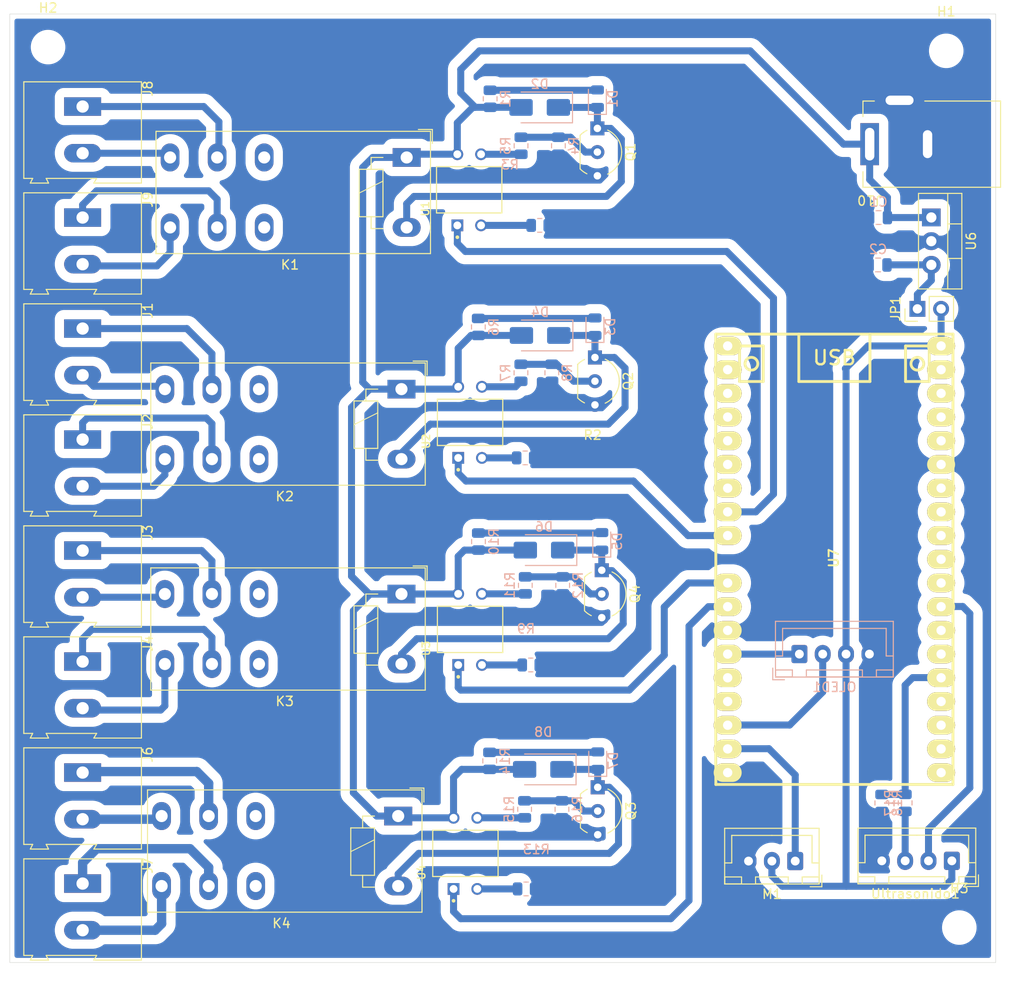
<source format=kicad_pcb>
(kicad_pcb (version 20241229) (generator "pcbnew") (generator_version "9.0")
  (title_block (title "mariano el marranooo"))
  (layers (0 "F.Cu" signal) (2 "B.Cu" signal) (13 "F.Paste" user) (15 "B.Paste" user) (5 "F.SilkS" user "F.Silkscreen") (7 "B.SilkS" user "B.Silkscreen") (1 "F.Mask" user) (3 "B.Mask" user) (25 "Edge.Cuts" user))
  (net 0 "")
  (net 1 "VCC")
  (net 2 "GND")
  (net 3 "+5V")
  (net 4 "11")
  (net 5 "Net-(D1-A)")
  (net 6 "gpio")
  (net 7 "trig")
  (net 8 "echo")
  (net 9 "Net-(D3-K)")
  (net 10 "Net-(D5-K)")
  (net 11 "Net-(D7-K)")
  (net 12 "22")
  (net 13 "Net-(R7-Pad2)")
  (net 14 "Net-(D1-K)")
  (net 15 "Net-(R15-Pad2)")
  (net 16 "Net-(D3-A)")
  (net 17 "Net-(D5-A)")
  (net 18 "Net-(D7-A)")
  (net 19 "gpio4")
  (net 20 "gpio3")
  (net 21 "gpio2")
  (net 22 "Net-(R3-Pad2)")
  (net 23 "Net-(R2-Pad2)")
  (net 24 "Net-(R11-Pad2)")
  (net 25 "77")
  (net 26 "66")
  (net 27 "55")
  (net 28 "44")
  (net 29 "33")
  (net 30 "servo")
  (net 31 "Net-(R5-Pad2)")
  (net 32 "Net-(R9-Pad2)")
  (net 33 "Net-(R13-Pad2)")
  (net 34 "Net-(Ultrasonido1-Pin_3)")
  (net 35 "Net-(Q1-B)")
  (net 36 "Net-(J1-Pin_2)")
  (net 37 "88")
  (net 38 "Net-(J2-Pin_2)")
  (net 39 "Net-(J3-Pin_2)")
  (net 40 "Net-(J4-Pin_2)")
  (net 41 "Net-(J6-Pin_2)")
  (net 42 "Net-(J7-Pin_2)")
  (net 43 "Net-(J8-Pin_2)")
  (net 44 "Net-(J9-Pin_2)")
  (net 53 "Net-(Q2-B)")
  (net 54 "SDA")
  (net 55 "SCL")
  (net 56 "VCC_OL")
  (net 57 "Net-(Q3-B)")
  (net 58 "Net-(Q4-B)")
  (footprint "PC817-B (1):DIP762W50P254L650H455Q4B" (layer "F.Cu") (at 103.5 86.81 90)
    (property "Reference" "U2")
    (property "Value" "PC817")
  )
  (footprint "MountingHole:MountingHole_3.2mm_M3" (layer "F.Cu") (at 155.9 140.95)
    (property "Reference" "H3")
    (property "Value" "MountingHole")
  )
  (footprint "Relay_THT:Relay_DPDT_Schrack-RT2-FormC_RM5mm" (layer "F.Cu") (at 96.15 105.206666 180)
    (property "Reference" "K3")
    (property "Value" "RTE2xxxx")
  )
  (footprint "Package_TO_SOT_THT:TO-92_Inline_Wide" (layer "F.Cu") (at 116.875 79.86 -90)
    (property "Reference" "Q2")
    (property "Value" "BC547")
  )
  (footprint "Connector_JST:JST_XH_B3B-XH-A_1x03_P2.50mm_Vertical" (layer "F.Cu") (at 138.325 133.825 180)
    (property "Reference" "M1")
    (property "Value" "Motor_Servo")
  )
  (footprint "TerminalBlock:TerminalBlock_Altech_AK300-2_P5.00mm" (layer "F.Cu") (at 62 76.76 -90)
    (property "Reference" "J1")
    (property "Value" "Screw_Terminal_01x02")
  )
  (footprint "MountingHole:MountingHole_3.2mm_M3" (layer "F.Cu") (at 58.3 46.6)
    (property "Reference" "H2")
    (property "Value" "MountingHole")
  )
  (footprint "TerminalBlock:TerminalBlock_Altech_AK300-2_P5.00mm" (layer "F.Cu") (at 62 64.865 -90)
    (property "Reference" "J9")
    (property "Value" "Screw_Terminal_01x02")
  )
  (footprint "TerminalBlock:TerminalBlock_Altech_AK300-2_P5.00mm" (layer "F.Cu") (at 62 88.655 -90)
    (property "Reference" "J2")
    (property "Value" "Screw_Terminal_01x02")
  )
  (footprint "MountingHole:MountingHole_3.2mm_M3" (layer "F.Cu") (at 154.5 47)
    (property "Reference" "H1")
    (property "Value" "MountingHole")
  )
  (footprint "Package_TO_SOT_THT:TO-92_Inline_Wide" (layer "F.Cu") (at 117.17 125.92 -90)
    (property "Reference" "Q3")
    (property "Value" "BC547")
  )
  (footprint "Connector_PinHeader_2.54mm:PinHeader_1x02_P2.54mm_Vertical" (layer "F.Cu") (at 151.41 74.65 90)
    (property "Reference" "JP1")
    (property "Value" "Jumper_2_Bridged")
  )
  (footprint "Relay_THT:Relay_DPDT_Schrack-RT2-FormC_RM5mm" (layer "F.Cu") (at 95.8 129 180)
    (property "Reference" "K4")
    (property "Value" "RTE2xxxx")
  )
  (footprint "TerminalBlock:TerminalBlock_Altech_AK300-2_P5.00mm" (layer "F.Cu") (at 62 136.235 -90)
    (property "Reference" "J7")
    (property "Value" "Screw_Terminal_01x02")
  )
  (footprint "TerminalBlock:TerminalBlock_Altech_AK300-2_P5.00mm" (layer "F.Cu") (at 62 52.97 -90)
    (property "Reference" "J8")
    (property "Value" "Screw_Terminal_01x02")
  )
  (footprint "TerminalBlock:TerminalBlock_Altech_AK300-2_P5.00mm" (layer "F.Cu") (at 62 100.55 -90)
    (property "Reference" "J3")
    (property "Value" "Screw_Terminal_01x02")
  )
  (footprint "esp?:ESP32S" (layer "F.Cu") (at 142.52 101.485 90)
    (property "Reference" "U7")
    (property "Value" "ESP32_DEVKITC" (hide yes))
  )
  (footprint "PC817-B (1):DIP762W50P254L650H455Q4B" (layer "F.Cu") (at 103.405 61.8925 90)
    (property "Reference" "U1")
    (property "Value" "PC817" (hide yes))
  )
  (footprint "TerminalBlock:TerminalBlock_Altech_AK300-2_P5.00mm" (layer "F.Cu") (at 62 124.34 -90)
    (property "Reference" "J6")
    (property "Value" "Screw_Terminal_01x02")
  )
  (footprint "TerminalBlock:TerminalBlock_Altech_AK300-2_P5.00mm" (layer "F.Cu") (at 62 112.445 -90)
    (property "Reference" "J4")
    (property "Value" "Screw_Terminal_01x02")
  )
  (footprint "Connector_JST:JST_XH_B4B-XH-A_1x04_P2.50mm_Vertical" (layer "F.Cu") (at 155.1 133.8 180)
    (property "Reference" "Ultrasonido1")
    (property "Value" "Screw_Terminal_01x04")
  )
  (footprint "PC817-B (1):DIP762W50P254L650H455Q4B" (layer "F.Cu") (at 103 133 90)
    (property "Reference" "U4")
    (property "Value" "PC817")
  )
  (footprint "Package_TO_SOT_THT:TO-220-3_Vertical" (layer "F.Cu") (at 152.9 64.855 -90)
    (property "Reference" "U6")
    (property "Value" "LM7805_TO220" (hide yes))
  )
  (footprint "Relay_THT:Relay_DPDT_Schrack-RT2-FormC_RM5mm" (layer "F.Cu") (at 96.71 58.425 180)
    (property "Reference" "K1")
    (property "Value" "RTE2xxxx" (hide yes))
  )
  (footprint "Connector_BarrelJack:BarrelJack_Kycon_KLDX-0202-xC_Horizontal" (layer "F.Cu") (at 146.3 57 180)
    (property "Reference" "J10")
    (property "Value" "jack")
  )
  (footprint "Package_TO_SOT_THT:TO-92_Inline_Wide" (layer "F.Cu") (at 117.135 55.31 -90)
    (property "Reference" "Q1")
    (property "Value" "BC547")
  )
  (footprint "PC817-B (1):DIP762W50P254L650H455Q4B" (layer "F.Cu") (at 103.5 109 90)
    (property "Reference" "U3")
    (property "Value" "PC817")
  )
  (footprint "Relay_THT:Relay_DPDT_Schrack-RT2-FormC_RM5mm" (layer "F.Cu") (at 96.15 83.25 180)
    (property "Reference" "K2")
    (property "Value" "RTE2xxxx")
  )
  (footprint "Package_TO_SOT_THT:TO-92_Inline_Wide" (layer "F.Cu") (at 117.605 102.66 -90)
    (property "Reference" "Q4")
    (property "Value" "BC547")
  )
  (footprint "Resistor_SMD:R_0805_2012Metric" (layer "B.Cu") (at 113.34 128.2775 90)
    (property "Reference" "R16")
    (property "Value" "R")
  )
  (footprint "LED_SMD:LED_0805_2012Metric" (layer "B.Cu") (at 117.605 99.5625 90)
    (property "Reference" "D5")
    (property "Value" "LED")
  )
  (footprint "LED_SMD:LED_0805_2012Metric" (layer "B.Cu") (at 117.17 123.0625 90)
    (property "Reference" "D7")
    (property "Value" "LED")
  )
  (footprint "LED_SMD:LED_0805_2012Metric" (layer "B.Cu") (at 117.135 52.125 90)
    (property "Reference" "D1")
    (property "Value" "LED")
  )
  (footprint "Diode_SMD:D_SMA" (layer "B.Cu") (at 111.34 124 180)
    (property "Reference" "D8")
    (property "Value" "DIODE")
  )
  (footprint "Resistor_SMD:R_0805_2012Metric" (layer "B.Cu") (at 108.94875 81.5 -90)
    (property "Reference" "R7")
    (property "Value" "1KΩ")
  )
  (footprint "Resistor_SMD:R_0805_2012Metric" (layer "B.Cu") (at 150.1 127.59 -90)
    (property "Reference" "R17")
    (property "Value" "1KΩ")
  )
  (footprint "Capacitor_SMD:C_0805_2012Metric" (layer "B.Cu") (at 147.2 69.945 180)
    (property "Reference" "C2")
    (property "Value" "C")
  )
  (footprint "Resistor_SMD:R_0805_2012Metric" (layer "B.Cu") (at 112.96 57.17 90)
    (property "Reference" "R4")
    (property "Value" "R")
  )
  (footprint "Resistor_SMD:R_0805_2012Metric" (layer "B.Cu") (at 112.255 81.5 90)
    (property "Reference" "R8")
    (property "Value" "10KΩ")
  )
  (footprint "Resistor_SMD:R_0805_2012Metric" (layer "B.Cu") (at 109.4175 104.2775 -90)
    (property "Reference" "R11")
    (property "Value" "R" (hide yes))
  )
  (footprint "Resistor_SMD:R_0805_2012Metric" (layer "B.Cu") (at 109.4 90.62 180)
    (property "Reference" "R2")
    (property "Value" "220Ω")
  )
  (footprint "Resistor_SMD:R_0805_2012Metric" (layer "B.Cu") (at 110.96 65.7025 180)
    (property "Reference" "R3")
    (property "Value" "R")
  )
  (footprint "Capacitor_SMD:C_0805_2012Metric" (layer "B.Cu") (at 147.25 64.865 180)
    (property "Reference" "C1")
    (property "Value" "C")
  )
  (footprint "Resistor_SMD:R_0805_2012Metric" (layer "B.Cu") (at 105.65 52.1375 90)
    (property "Reference" "R1")
    (property "Value" "R")
  )
  (footprint "Diode_SMD:D_SMA" (layer "B.Cu") (at 111.4175 100.5 180)
    (property "Reference" "D6")
    (property "Value" "DIODE")
  )
  (footprint "Resistor_SMD:R_0805_2012Metric" (layer "B.Cu") (at 109.5 136.81 180)
    (property "Reference" "R13")
    (property "Value" "R")
  )
  (footprint "Diode_SMD:D_SMA" (layer "B.Cu") (at 111 77.5 180)
    (property "Reference" "D4")
    (property "Value" "DIODE")
  )
  (footprint "Resistor_SMD:R_0805_2012Metric" (layer "B.Cu") (at 113.4175 104.2775 90)
    (property "Reference" "R12")
    (property "Value" "R")
  )
  (footprint "Resistor_SMD:R_0805_2012Metric" (layer "B.Cu") (at 110 112.81 180)
    (property "Reference" "R9")
    (property "Value" "R")
  )
  (footprint "LED_SMD:LED_0805_2012Metric" (layer "B.Cu") (at 116.875 76.5625 90)
    (property "Reference" "D3")
    (property "Value" "LED")
  )
  (footprint "Resistor_SMD:R_0805_2012Metric" (layer "B.Cu") (at 108.96 57.17 -90)
    (property "Reference" "R5")
    (property "Value" "R")
  )
  (footprint "Diode_SMD:D_SMA" (layer "B.Cu") (at 110.96 53.0625 180)
    (property "Reference" "D2")
    (property "Value" "DIODE")
  )
  (footprint "Resistor_SMD:R_0805_2012Metric" (layer "B.Cu") (at 104.4 99.5875 90)
    (property "Reference" "R10")
    (property "Value" "R")
  )
  (footprint "Resistor_SMD:R_0805_2012Metric" (layer "B.Cu") (at 109.34 128.2775 -90)
    (property "Reference" "R15")
    (property "Value" "R")
  )
  (footprint "Resistor_SMD:R_0805_2012Metric" (layer "B.Cu") (at 147.6 127.6 90)
    (property "Reference" "R18")
    (property "Value" "1,5KΩ")
  )
  (footprint "Resistor_SMD:R_0805_2012Metric" (layer "B.Cu") (at 105.6 123.0875 90)
    (property "Reference" "R14")
    (property "Value" "R")
  )
  (footprint "Connector_JST:JST_XH_B4B-XH-A_1x04_P2.50mm_Vertical" (layer "B.Cu") (at 138.77 111.645)
    (property "Reference" "OLED1")
    (property "Value" "Screw_Terminal_01x04")
  )
  (footprint "Resistor_SMD:R_0805_2012Metric" (layer "B.Cu") (at 104.3875 76.5875 90)
    (property "Reference" "R6")
    (property "Value" "1KΩ")
  )
  (gr_rect (start 54.2 43.05) (end 159.8 144.7) (stroke (width 0.05)) (fill no) (layer "Edge.Cuts"))
  (segment (start 93.075 58.425) (end 96.71 58.425) (width 0.75) (layer "B.Cu") (net 1))
  (segment (start 90.8 103.3) (end 92.706666 105.206666) (width 0.75) (layer "B.Cu") (net 1))
  (segment (start 96.59 83.69) (end 96.15 83.25) (width 0.75) (layer "B.Cu") (net 1))
  (segment (start 96.15 105.206666) (end 92.793334 105.206666) (width 0.75) (layer "B.Cu") (net 1))
  (segment (start 133.5 47) (end 143.5 57) (width 0.75) (layer "B.Cu") (net 1))
  (segment (start 146.3 60.8) (end 148.2 62.7) (width 0.75) (layer "B.Cu") (net 1))
  (segment (start 102.1275 58.075) (end 102.135 58.0825) (width 0.75) (layer "B.Cu") (net 1))
  (segment (start 105.65 53.05) (end 108.9475 53.05) (width 0.75) (layer "B.Cu") (net 1))
  (segment (start 102.23 105.19) (end 102.23 101.17) (width 0.75) (layer "B.Cu") (net 1))
  (segment (start 153.35 64.865) (end 153.36 64.855) (width 0.75) (layer "B.Cu") (net 1))
  (segment (start 108.9475 53.05) (end 108.96 53.0625) (width 0.75) (layer "B.Cu") (net 1))
  (segment (start 92 82.5) (end 92.75 83.25) (width 0.75) (layer "B.Cu") (net 1))
  (segment (start 104.3875 77.5) (end 109 77.5) (width 0.75) (layer "B.Cu") (net 1))
  (segment (start 91 107) (end 91 126.5) (width 0.75) (layer "B.Cu") (net 1))
  (segment (start 92.75 83.25) (end 90.8 85.2) (width 0.75) (layer "B.Cu") (net 1))
  (segment (start 103.8 53.05) (end 102.135 54.715) (width 0.75) (layer "B.Cu") (net 1))
  (segment (start 102.6 124) (end 101.73 124.87) (width 0.75) (layer "B.Cu") (net 1))
  (segment (start 101.98 83.25) (end 102.23 83) (width 0.75) (layer "B.Cu") (net 1))
  (segment (start 92 59.5) (end 93.075 58.425) (width 0.75) (layer "B.Cu") (net 1))
  (segment (start 101.73 124.87) (end 101.73 129.19) (width 0.75) (layer "B.Cu") (net 1))
  (segment (start 92.793334 105.206666) (end 91 107) (width 0.75) (layer "B.Cu") (net 1))
  (segment (start 104.5 47) (end 133.5 47) (width 0.75) (layer "B.Cu") (net 1))
  (segment (start 152.89 64.865) (end 152.9 64.855) (width 0.75) (layer "B.Cu") (net 1))
  (segment (start 102.23 101.17) (end 102.9 100.5) (width 0.75) (layer "B.Cu") (net 1))
  (segment (start 102.213334 105.206666) (end 102.23 105.19) (width 0.75) (layer "B.Cu") (net 1))
  (segment (start 102.5 49) (end 104.5 47) (width 0.75) (layer "B.Cu") (net 1))
  (segment (start 104 53.05) (end 104 53) (width 0.75) (layer "B.Cu") (net 1))
  (segment (start 93.5 129) (end 95.8 129) (width 0.75) (layer "B.Cu") (net 1))
  (segment (start 97.06 58.075) (end 102.1275 58.075) (width 0.75) (layer "B.Cu") (net 1))
  (segment (start 143.5 57) (end 146.3 57) (width 0.75) (layer "B.Cu") (net 1))
  (segment (start 92 82.5) (end 92 59.5) (width 0.75) (layer "B.Cu") (net 1))
  (segment (start 104.4 100.5) (end 109.4175 100.5) (width 0.75) (layer "B.Cu") (net 1))
  (segment (start 105.65 53.05) (end 104 53.05) (width 0.75) (layer "B.Cu") (net 1))
  (segment (start 102.23 83) (end 102.23 78.87) (width 0.75) (layer "B.Cu") (net 1))
  (segment (start 91 126.5) (end 93.5 129) (width 0.75) (layer "B.Cu") (net 1))
  (segment (start 102.135 54.715) (end 102.135 58.0825) (width 0.75) (layer "B.Cu") (net 1))
  (segment (start 102.5 51.5) (end 102.5 49) (width 0.75) (layer "B.Cu") (net 1))
  (segment (start 96.71 58.425) (end 97.06 58.075) (width 0.75) (layer "B.Cu") (net 1))
  (segment (start 102.9 100.5) (end 104.4 100.5) (width 0.75) (layer "B.Cu") (net 1))
  (segment (start 104 53.05) (end 103.8 53.05) (width 0.75) (layer "B.Cu") (net 1))
  (segment (start 96.15 105.206666) (end 102.213334 105.206666) (width 0.75) (layer "B.Cu") (net 1))
  (segment (start 105.6 124) (end 102.6 124) (width 0.75) (layer "B.Cu") (net 1))
  (segment (start 101.73 129.19) (end 95.99 129.19) (width 0.75) (layer "B.Cu") (net 1))
  (segment (start 102.23 78.87) (end 103.6 77.5) (width 0.75) (layer "B.Cu") (net 1))
  (segment (start 103.6 77.5) (end 104.3875 77.5) (width 0.75) (layer "B.Cu") (net 1))
  (segment (start 148.2 62.7) (end 148.2 64.865) (width 0.75) (layer "B.Cu") (net 1))
  (segment (start 146.3 57) (end 146.3 60.8) (width 0.75) (layer "B.Cu") (net 1))
  (segment (start 96.15 83.25) (end 101.98 83.25) (width 0.75) (layer "B.Cu") (net 1))
  (segment (start 90.8 85.2) (end 90.8 103.3) (width 0.75) (layer "B.Cu") (net 1))
  (segment (start 95.99 129.19) (end 95.8 129) (width 0.75) (layer "B.Cu") (net 1))
  (segment (start 109.34 124) (end 105.6 124) (width 0.75) (layer "B.Cu") (net 1))
  (segment (start 92.75 83.25) (end 96.15 83.25) (width 0.75) (layer "B.Cu") (net 1))
  (segment (start 104 53) (end 102.5 51.5) (width 0.75) (layer "B.Cu") (net 1))
  (segment (start 148.2 64.865) (end 152.89 64.865) (width 0.75) (layer "B.Cu") (net 1))
  (segment (start 92.706666 105.206666) (end 96.15 105.206666) (width 0.75) (layer "B.Cu") (net 1))
  (segment (start 152.9 69.935) (end 148.22 69.935) (width 0.75) (layer "B.Cu") (net 3))
  (segment (start 151.41 74.65) (end 151.41 73.09) (width 0.75) (layer "B.Cu") (net 3))
  (segment (start 151.41 73.09) (end 152.9 71.6) (width 0.75) (layer "B.Cu") (net 3))
  (segment (start 152.9 71.6) (end 152.9 69.935) (width 0.75) (layer "B.Cu") (net 3))
  (segment (start 74.97 52.97) (end 76.6 54.6) (width 0.75) (layer "B.Cu") (net 4))
  (segment (start 76.6 58.235) (end 76.41 58.425) (width 0.75) (layer "B.Cu") (net 4))
  (segment (start 62 52.97) (end 74.97 52.97) (width 0.75) (layer "B.Cu") (net 4))
  (segment (start 76.6 54.6) (end 76.6 58.235) (width 0.75) (layer "B.Cu") (net 4))
  (segment (start 105.65 51.225) (end 117.0975 51.225) (width 0.75) (layer "B.Cu") (net 5))
  (segment (start 117.0975 51.225) (end 117.135 51.1875) (width 0.75) (layer "B.Cu") (net 5))
  (segment (start 136 94.5) (end 134.095 96.405) (width 0.75) (layer "B.Cu") (net 6))
  (segment (start 102.135 65.7025) (end 102.135 67.635) (width 0.75) (layer "B.Cu") (net 6))
  (segment (start 134.095 96.405) (end 131.09 96.405) (width 0.75) (layer "B.Cu") (net 6))
  (segment (start 103 68.5) (end 131 68.5) (width 0.75) (layer "B.Cu") (net 6))
  (segment (start 102.135 67.635) (end 103 68.5) (width 0.75) (layer "B.Cu") (net 6))
  (segment (start 131 68.5) (end 136 73.5) (width 0.75) (layer "B.Cu") (net 6))
  (segment (start 136 73.5) (end 136 94.5) (width 0.75) (layer "B.Cu") (net 6))
  (segment (start 157.025 107.3) (end 156.27 106.545) (width 0.75) (layer "B.Cu") (net 7))
  (segment (start 152.6 130.4) (end 157.025 125.975) (width 0.75) (layer "B.Cu") (net 7))
  (segment (start 157.025 125.975) (end 157.025 107.3) (width 0.75) (layer "B.Cu") (net 7))
  (segment (start 156.27 106.545) (end 153.95 106.545) (width 0.75) (layer "B.Cu") (net 7))
  (segment (start 152.6 133.8) (end 152.6 130.4) (width 0.75) (layer "B.Cu") (net 7))
  (segment (start 150.91 114.165) (end 153.95 114.165) (width 0.75) (layer "B.Cu") (net 8))
  (segment (start 150.1 126.6775) (end 150.1 114.975) (width 0.75) (layer "B.Cu") (net 8))
  (segment (start 150.09 126.6875) (end 150.1 126.6775) (width 0.75) (layer "B.Cu") (net 8))
  (segment (start 154.174 114.389) (end 153.95 114.165) (width 0.75) (layer "B.Cu") (net 8))
  (segment (start 147.6 126.6875) (end 150.09 126.6875) (width 0.75) (layer "B.Cu") (net 8))
  (segment (start 150.1 114.975) (end 150.91 114.165) (width 0.75) (layer "B.Cu") (net 8))
  (segment (start 116.875 79.86) (end 118.96 79.86) (width 0.75) (layer "B.Cu") (net 9))
  (segment (start 120.1 81) (end 120.1 85.2) (width 0.75) (layer "B.Cu") (net 9))
  (segment (start 118.3 87) (end 99.25 87) (width 0.75) (layer "B.Cu") (net 9))
  (segment (start 113 77.5) (end 116.875 77.5) (width 0.75) (layer "B.Cu") (net 9))
  (segment (start 116.875 79.86) (end 116.875 77.5) (width 0.75) (layer "B.Cu") (net 9))
  (segment (start 118.96 79.86) (end 120.1 81) (width 0.75) (layer "B.Cu") (net 9))
  (segment (start 96.15 90.1) (end 96.15 90.75) (width 0.75) (layer "B.Cu") (net 9))
  (segment (start 99.25 87) (end 96.15 90.1) (width 0.75) (layer "B.Cu") (net 9))
  (segment (start 120.1 85.2) (end 118.3 87) (width 0.75) (layer "B.Cu") (net 9))
  (segment (start 113.4175 100.5) (end 117.605 100.5) (width 0.75) (layer "B.Cu") (net 10))
  (segment (start 97.8 110) (end 118.3 110) (width 0.75) (layer "B.Cu") (net 10))
  (segment (start 117.605 102.66) (end 117.605 100.5) (width 0.75) (layer "B.Cu") (net 10))
  (segment (start 119.9 108.4) (end 119.9 103.9) (width 0.75) (layer "B.Cu") (net 10))
  (segment (start 119.9 103.9) (end 118.7 102.7) (width 0.75) (layer "B.Cu") (net 10))
  (segment (start 117.645 102.7) (end 117.605 102.66) (width 0.75) (layer "B.Cu") (net 10))
  (segment (start 118.7 102.7) (end 117.645 102.7) (width 0.75) (layer "B.Cu") (net 10))
  (segment (start 96.15 112.706666) (end 96.15 111.65) (width 0.75) (layer "B.Cu") (net 10))
  (segment (start 118.3 110) (end 119.9 108.4) (width 0.75) (layer "B.Cu") (net 10))
  (segment (start 96.15 111.65) (end 97.8 110) (width 0.75) (layer "B.Cu") (net 10))
  (segment (start 98 133) (end 95.8 135.2) (width 0.75) (layer "B.Cu") (net 11))
  (segment (start 117.17 124) (end 117.17 125.92) (width 0.75) (layer "B.Cu") (net 11))
  (segment (start 118.4 133) (end 98 133) (width 0.75) (layer "B.Cu") (net 11))
  (segment (start 118.42 125.92) (end 119.4 126.9) (width 0.75) (layer "B.Cu") (net 11))
  (segment (start 95.8 135.2) (end 95.8 136.5) (width 0.75) (layer "B.Cu") (net 11))
  (segment (start 119.4 132) (end 118.4 133) (width 0.75) (layer "B.Cu") (net 11))
  (segment (start 119.4 126.9) (end 119.4 132) (width 0.75) (layer "B.Cu") (net 11))
  (segment (start 117.17 125.92) (end 118.42 125.92) (width 0.75) (layer "B.Cu") (net 11))
  (segment (start 113.34 124) (end 117.17 124) (width 0.75) (layer "B.Cu") (net 11))
  (segment (start 62 64.865) (end 62 63.5) (width 0.75) (layer "B.Cu") (net 12))
  (segment (start 63.5 62) (end 75.5 62) (width 0.75) (layer "B.Cu") (net 12))
  (segment (start 62 63.5) (end 63.5 62) (width 0.75) (layer "B.Cu") (net 12))
  (segment (start 76.41 62.91) (end 76.41 65.925) (width 0.75) (layer "B.Cu") (net 12))
  (segment (start 75.5 62) (end 76.41 62.91) (width 0.75) (layer "B.Cu") (net 12))
  (segment (start 104.77 83) (end 108.36125 83) (width 0.75) (layer "B.Cu") (net 13))
  (segment (start 108.36125 83) (end 108.94875 82.4125) (width 0.75) (layer "B.Cu") (net 13))
  (segment (start 118.1 62.6) (end 97.5 62.6) (width 0.75) (layer "B.Cu") (net 14))
  (segment (start 117.135 55.31) (end 117.135 53.0625) (width 0.75) (layer "B.Cu") (net 14))
  (segment (start 97.5 62.6) (end 96.71 63.39) (width 0.75) (layer "B.Cu") (net 14))
  (segment (start 119.7 56.45) (end 119.7 61) (width 0.75) (layer "B.Cu") (net 14))
  (segment (start 119.7 61) (end 118.1 62.6) (width 0.75) (layer "B.Cu") (net 14))
  (segment (start 112.96 53.0625) (end 117.135 53.0625) (width 0.75) (layer "B.Cu") (net 14))
  (segment (start 117.135 55.31) (end 118.56 55.31) (width 0.75) (layer "B.Cu") (net 14))
  (segment (start 118.56 55.31) (end 119.7 56.45) (width 0.75) (layer "B.Cu") (net 14))
  (segment (start 96.71 63.39) (end 96.71 65.925) (width 0.75) (layer "B.Cu") (net 14))
  (segment (start 104.27 129.19) (end 108.79 129.19) (width 0.75) (layer "B.Cu") (net 15))
  (segment (start 116.825 75.675) (end 116.875 75.625) (width 0.75) (layer "B.Cu") (net 16))
  (segment (start 104.3875 75.675) (end 116.825 75.675) (width 0.75) (layer "B.Cu") (net 16))
  (segment (start 117.555 98.675) (end 117.605 98.625) (width 0.75) (layer "B.Cu") (net 17))
  (segment (start 104.4 98.675) (end 117.555 98.675) (width 0.75) (layer "B.Cu") (net 17))
  (segment (start 116.625 122.175) (end 105.6 122.175) (width 0.75) (layer "B.Cu") (net 18))
  (segment (start 116.675 122.125) (end 116.625 122.175) (width 0.75) (layer "B.Cu") (net 18))
  (segment (start 117.17 122.125) (end 116.675 122.125) (width 0.75) (layer "B.Cu") (net 18))
  (segment (start 129.035 106.565) (end 131.09 106.565) (width 0.75) (layer "B.Cu") (net 19))
  (segment (start 125 140) (end 126.95 138.05) (width 0.75) (layer "B.Cu") (net 19))
  (segment (start 101.73 136.81) (end 101.73 139.23) (width 0.75) (layer "B.Cu") (net 19))
  (segment (start 102.5 140) (end 125 140) (width 0.75) (layer "B.Cu") (net 19))
  (segment (start 101.73 139.23) (end 102.5 140) (width 0.75) (layer "B.Cu") (net 19))
  (segment (start 126.95 108.65) (end 129.035 106.565) (width 0.75) (layer "B.Cu") (net 19))
  (segment (start 126.95 138.05) (end 126.95 108.65) (width 0.75) (layer "B.Cu") (net 19))
  (segment (start 124.3 111.75) (end 124.3 106.6) (width 0.75) (layer "B.Cu") (net 20))
  (segment (start 102.23 115.23) (end 102.5 115.5) (width 0.75) (layer "B.Cu") (net 20))
  (segment (start 126.875 104.025) (end 131.09 104.025) (width 0.75) (layer "B.Cu") (net 20))
  (segment (start 102.5 115.5) (end 120.55 115.5) (width 0.75) (layer "B.Cu") (net 20))
  (segment (start 120.55 115.5) (end 124.3 111.75) (width 0.75) (layer "B.Cu") (net 20))
  (segment (start 124.3 106.6) (end 126.875 104.025) (width 0.75) (layer "B.Cu") (net 20))
  (segment (start 102.23 112.81) (end 102.23 115.23) (width 0.75) (layer "B.Cu") (net 20))
  (segment (start 103.06 93.1) (end 102.23 92.27) (width 0.75) (layer "B.Cu") (net 21))
  (segment (start 126.845 98.945) (end 121 93.1) (width 0.75) (layer "B.Cu") (net 21))
  (segment (start 102.23 92.27) (end 102.23 90.62) (width 0.75) (layer "B.Cu") (net 21))
  (segment (start 131.09 98.945) (end 126.845 98.945) (width 0.75) (layer "B.Cu") (net 21))
  (segment (start 121 93.1) (end 103.06 93.1) (width 0.75) (layer "B.Cu") (net 21))
  (segment (start 104.675 65.7025) (end 110.0475 65.7025) (width 0.75) (layer "B.Cu") (net 22))
  (segment (start 104.77 90.62) (end 108.4875 90.62) (width 0.75) (layer "B.Cu") (net 23))
  (segment (start 104.77 90.62) (end 104.79 90.6) (width 0.75) (layer "B.Cu") (net 23))
  (segment (start 104.77 105.19) (end 109.4175 105.19) (width 0.75) (layer "B.Cu") (net 24))
  (segment (start 74.235 124.235) (end 75.5 125.5) (width 1) (layer "B.Cu") (net 25))
  (segment (start 62 124.235) (end 74.235 124.235) (width 1) (layer "B.Cu") (net 25))
  (segment (start 75.5 125.5) (end 75.5 129) (width 1) (layer "B.Cu") (net 25))
  (segment (start 62 110) (end 63 109) (width 0.75) (layer "B.Cu") (net 26))
  (segment (start 63 109) (end 75 109) (width 0.75) (layer "B.Cu") (net 26))
  (segment (start 62 112.64) (end 62 110) (width 0.75) (layer "B.Cu") (net 26))
  (segment (start 75.85 109.85) (end 75.85 112.706666) (width 0.75) (layer "B.Cu") (net 26))
  (segment (start 75 109) (end 75.85 109.85) (width 0.75) (layer "B.Cu") (net 26))
  (segment (start 62 100.55) (end 74.75 100.55) (width 0.75) (layer "B.Cu") (net 27))
  (segment (start 74.75 100.55) (end 75.85 101.65) (width 0.75) (layer "B.Cu") (net 27))
  (segment (start 75.85 101.65) (end 75.85 105.206666) (width 0.75) (layer "B.Cu") (net 27))
  (segment (start 75.85 86.95) (end 75.85 90.75) (width 0.75) (layer "B.Cu") (net 28))
  (segment (start 62 86.85) (end 62.5 86.35) (width 0.75) (layer "B.Cu") (net 28))
  (segment (start 62 88.655) (end 62 86.85) (width 0.75) (layer "B.Cu") (net 28))
  (segment (start 75.25 86.35) (end 75.85 86.95) (width 0.75) (layer "B.Cu") (net 28))
  (segment (start 62.5 86.35) (end 75.25 86.35) (width 0.75) (layer "B.Cu") (net 28))
  (segment (start 73.16 76.76) (end 75.85 79.45) (width 0.75) (layer "B.Cu") (net 29))
  (segment (start 75.85 79.45) (end 75.85 83.25) (width 0.75) (layer "B.Cu") (net 29))
  (segment (start 62 76.76) (end 73.16 76.76) (width 0.75) (layer "B.Cu") (net 29))
  (segment (start 131.09 121.785) (end 135.51 121.785) (width 0.75) (layer "B.Cu") (net 30))
  (segment (start 135.51 121.785) (end 138.325 124.6) (width 0.75) (layer "B.Cu") (net 30))
  (segment (start 138.325 124.6) (end 138.325 133.825) (width 0.75) (layer "B.Cu") (net 30))
  (segment (start 104.675 58.0825) (end 108.96 58.0825) (width 0.75) (layer "B.Cu") (net 31))
  (segment (start 104.77 112.81) (end 109.0875 112.81) (width 0.75) (layer "B.Cu") (net 32))
  (segment (start 104.27 136.81) (end 108.5875 136.81) (width 0.75) (layer "B.Cu") (net 33))
  (segment (start 150.1 128.5025) (end 150.1 133.8) (width 0.75) (layer "B.Cu") (net 34))
  (segment (start 108.96 56.2575) (end 112.96 56.2575) (width 0.75) (layer "B.Cu") (net 35))
  (segment (start 115.85 57.85) (end 117.135 57.85) (width 0.75) (layer "B.Cu") (net 35))
  (segment (start 114.2575 56.2575) (end 115.85 57.85) (width 0.75) (layer "B.Cu") (net 35))
  (segment (start 112.96 56.2575) (end 114.2575 56.2575) (width 0.75) (layer "B.Cu") (net 35))
  (segment (start 62 81.76) (end 63.18 82.94) (width 0.75) (layer "B.Cu") (net 36))
  (segment (start 70.5 82.94) (end 70.81 83.25) (width 0.75) (layer "B.Cu") (net 36))
  (segment (start 63.18 82.94) (end 70.5 82.94) (width 0.75) (layer "B.Cu") (net 36))
  (segment (start 62 136.235) (end 62 134) (width 1) (layer "B.Cu") (net 37))
  (segment (start 63.5 132.5) (end 73.5 132.5) (width 1) (layer "B.Cu") (net 37))
  (segment (start 62 134) (end 63.5 132.5) (width 1) (layer "B.Cu") (net 37))
  (segment (start 75.5 134.5) (end 75.5 136.5) (width 1) (layer "B.Cu") (net 37))
  (segment (start 73.5 132.5) (end 75.5 134.5) (width 1) (layer "B.Cu") (net 37))
  (segment (start 62 93.655) (end 69.595 93.655) (width 0.75) (layer "B.Cu") (net 38))
  (segment (start 69.595 93.655) (end 70.81 92.44) (width 0.75) (layer "B.Cu") (net 38))
  (segment (start 70.81 92.44) (end 70.81 90.75) (width 0.75) (layer "B.Cu") (net 38))
  (segment (start 62 105.55) (end 70.466666 105.55) (width 0.75) (layer "B.Cu") (net 39))
  (segment (start 70.466666 105.55) (end 70.81 105.206666) (width 0.75) (layer "B.Cu") (net 39))
  (segment (start 70.81 117.19) (end 70.81 112.706666) (width 0.75) (layer "B.Cu") (net 40))
  (segment (start 70.36 117.64) (end 70.81 117.19) (width 0.75) (layer "B.Cu") (net 40))
  (segment (start 62 117.64) (end 70.36 117.64) (width 0.75) (layer "B.Cu") (net 40))
  (segment (start 62 129.34) (end 70.12 129.34) (width 1) (layer "B.Cu") (net 41))
  (segment (start 70.225 129.235) (end 70.46 129) (width 1) (layer "B.Cu") (net 41))
  (segment (start 70.12 129.34) (end 70.46 129) (width 1) (layer "B.Cu") (net 41))
  (segment (start 62 141.235) (end 69.765 141.235) (width 1) (layer "B.Cu") (net 42))
  (segment (start 70.46 140.54) (end 70.46 136.5) (width 1) (layer "B.Cu") (net 42))
  (segment (start 69.765 141.235) (end 70.46 140.54) (width 1) (layer "B.Cu") (net 42))
  (segment (start 62.2 57.97) (end 70.915 57.97) (width 0.75) (layer "B.Cu") (net 43))
  (segment (start 70.915 57.97) (end 71.37 58.425) (width 0.75) (layer "B.Cu") (net 43))
  (segment (start 62 69.865) (end 62.185 70.05) (width 0.75) (layer "B.Cu") (net 44))
  (segment (start 69.95 70.05) (end 71.37 68.63) (width 0.75) (layer "B.Cu") (net 44))
  (segment (start 71.37 68.63) (end 71.37 65.925) (width 0.75) (layer "B.Cu") (net 44))
  (segment (start 60.7 69.795) (end 60.6 69.695) (width 0.75) (layer "B.Cu") (net 44))
  (segment (start 62.185 70.05) (end 69.95 70.05) (width 0.75) (layer "B.Cu") (net 44))
  (segment (start 112.7875 80.5875) (end 114.6 82.4) (width 0.75) (layer "B.Cu") (net 53))
  (segment (start 114.6 82.4) (end 116.875 82.4) (width 0.75) (layer "B.Cu") (net 53))
  (segment (start 108.94875 80.5875) (end 112.255 80.5875) (width 0.75) (layer "B.Cu") (net 53))
  (segment (start 112.255 80.5875) (end 112.7875 80.5875) (width 0.75) (layer "B.Cu") (net 53))
  (segment (start 138.77 111.645) (end 131.09 111.645) (width 0.75) (layer "B.Cu") (net 54))
  (segment (start 141.27 115.705) (end 137.73 119.245) (width 0.75) (layer "B.Cu") (net 55))
  (segment (start 141.27 111.645) (end 141.27 115.705) (width 0.75) (layer "B.Cu") (net 55))
  (segment (start 137.73 119.245) (end 131.09 119.245) (width 0.75) (layer "B.Cu") (net 55))
  (segment (start 153.95 78.625) (end 153.95 74.65) (width 0.75) (layer "B.Cu") (net 56))
  (segment (start 136.95 136.525) (end 154.35 136.525) (width 0.75) (layer "B.Cu") (net 56))
  (segment (start 143.77 111.645) (end 143.77 136.495) (width 0.75) (layer "B.Cu") (net 56))
  (segment (start 143.8 136.525) (end 143.77 136.495) (width 0.75) (layer "B.Cu") (net 56))
  (segment (start 154.35 136.525) (end 155.1 135.775) (width 0.75) (layer "B.Cu") (net 56))
  (segment (start 146.125 78.625) (end 143.7 81.05) (width 0.75) (layer "B.Cu") (net 56))
  (segment (start 135.825 135.4) (end 136.95 136.525) (width 0.75) (layer "B.Cu") (net 56))
  (segment (start 143.77 81.12) (end 143.77 111.645) (width 0.75) (layer "B.Cu") (net 56))
  (segment (start 155.1 135.775) (end 155.1 133.8) (width 0.75) (layer "B.Cu") (net 56))
  (segment (start 143.7 81.05) (end 143.77 81.12) (width 0.75) (layer "B.Cu") (net 56))
  (segment (start 153.95 78.625) (end 146.125 78.625) (width 0.75) (layer "B.Cu") (net 56))
  (segment (start 135.825 133.825) (end 135.825 135.4) (width 0.75) (layer "B.Cu") (net 56))
  (segment (start 115.66 128.46) (end 114.565 127.365) (width 0.75) (layer "B.Cu") (net 57))
  (segment (start 114.565 127.365) (end 113.34 127.365) (width 0.75) (layer "B.Cu") (net 57))
  (segment (start 117.17 128.46) (end 115.66 128.46) (width 0.75) (layer "B.Cu") (net 57))
  (segment (start 109.34 127.365) (end 113.34 127.365) (width 0.75) (layer "B.Cu") (net 57))
  (segment (start 109.4175 103.365) (end 113.4175 103.365) (width 0.75) (layer "B.Cu") (net 58))
  (segment (start 116.4 105.2) (end 117.605 105.2) (width 0.75) (layer "B.Cu") (net 58))
  (segment (start 113.4175 103.365) (end 114.565 103.365) (width 0.75) (layer "B.Cu") (net 58))
  (segment (start 114.565 103.365) (end 116.4 105.2) (width 0.75) (layer "B.Cu") (net 58))
  (zone (net 2) (net_name "GND") (layer "B.Cu") (connect_pads yes (clearance 1)) (min_thickness 0.5) (fill yes (thermal_gap 1) (thermal_bridge_width 0.5))
    (polygon (pts (xy 54.2 43.05) (xy 159.8 43.05) (xy 159.8 144.45) (xy 54.2 144.7)))
  )
)
</source>
